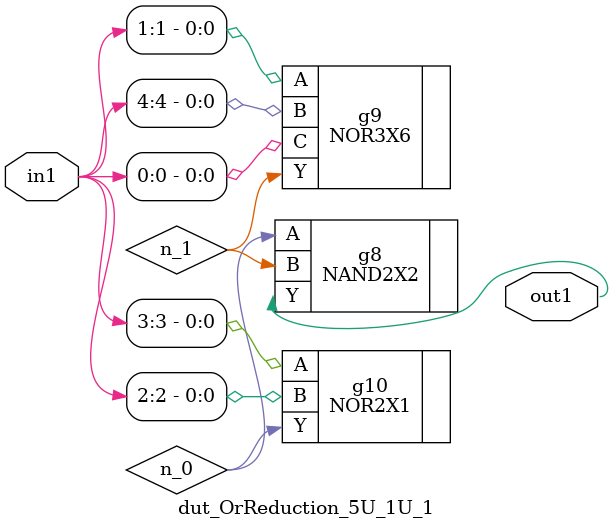
<source format=v>
`timescale 1ps / 1ps


module dut_OrReduction_5U_1U_1(in1, out1);
  input [4:0] in1;
  output out1;
  wire [4:0] in1;
  wire out1;
  wire n_0, n_1;
  NAND2X2 g8(.A (n_0), .B (n_1), .Y (out1));
  NOR3X6 g9(.A (in1[1]), .B (in1[4]), .C (in1[0]), .Y (n_1));
  NOR2X1 g10(.A (in1[3]), .B (in1[2]), .Y (n_0));
endmodule



</source>
